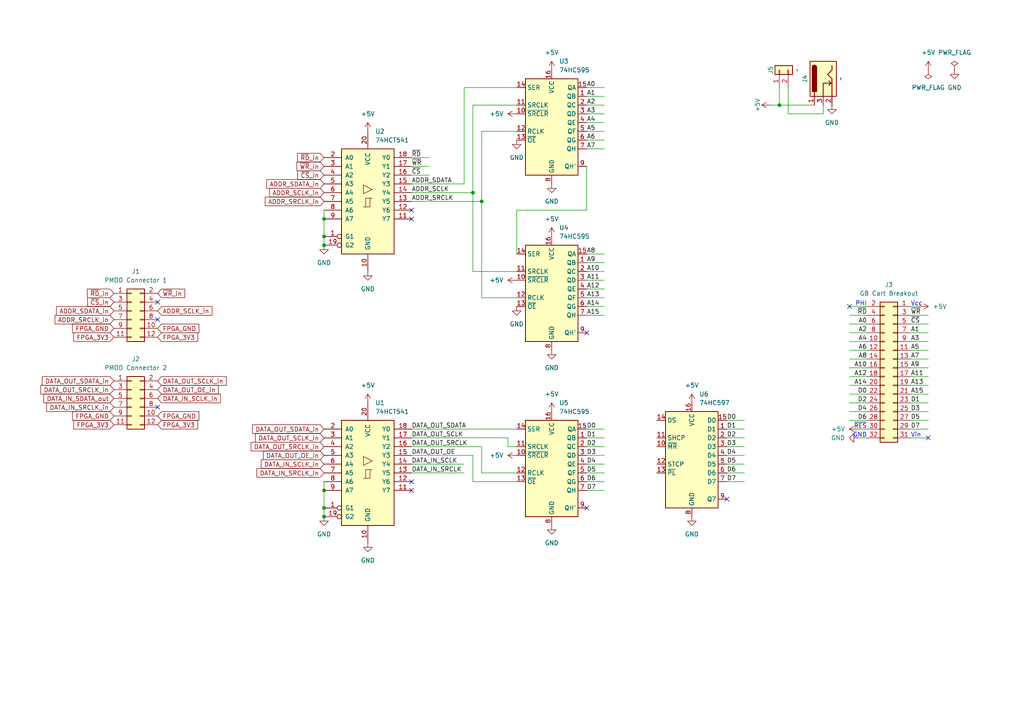
<source format=kicad_sch>
(kicad_sch (version 20250114) (generator "eeschema") (generator_version "9.0")
  (paper "A4")
  (title_block (title "GB Cart PMOD Interface Board"))
  (lib_symbols
    (symbol "74HC595_1"
      (property "Reference" "U6" (at 2.1433 17.78 0))
      (property "Value" "74HC597" (at 2.1433 15.24 0))
      (symbol "74HC595_1_1_0"
        (pin input line (at -10.16 10.16 0) (length 2.54) (name "DS") (number "14"))
        (pin input line (at -10.16 5.08 0) (length 2.54) (name "SHCP") (number "11"))
        (pin input line (at -10.16 2.54 0) (length 2.54) (name "~{MR}") (number "10"))
        (pin input line (at -10.16 -2.54 0) (length 2.54) (name "STCP") (number "12"))
        (pin input line (at -10.16 -5.08 0) (length 2.54) (name "~{PL}") (number "13"))
        (pin power_in line (at 0 15.24 270) (length 2.54) (name "VCC") (number "16"))
        (pin power_in line (at 0 -17.78 90) (length 2.54) (name "GND") (number "8"))
        (pin input line (at 10.16 10.16 180) (length 2.54) (name "D0") (number "15"))
        (pin input line (at 10.16 7.62 180) (length 2.54) (name "D1") (number "1"))
        (pin input line (at 10.16 5.08 180) (length 2.54) (name "D2") (number "2"))
        (pin input line (at 10.16 2.54 180) (length 2.54) (name "D3") (number "3"))
        (pin input line (at 10.16 0 180) (length 2.54) (name "D4") (number "4"))
        (pin input line (at 10.16 -2.54 180) (length 2.54) (name "D5") (number "5"))
        (pin input line (at 10.16 -5.08 180) (length 2.54) (name "D6") (number "6"))
        (pin input line (at 10.16 -7.62 180) (length 2.54) (name "D7") (number "7"))
        (pin output line (at 10.16 -12.7 180) (length 2.54) (name "Q7") (number "9"))
      )
      (symbol "74HC595_1_1_1"
        (rectangle (start -7.62 12.7) (end 7.62 -15.24) (stroke (width 0.254)) (fill (type background)))
      )
    )
    (symbol "74xx:74HC595"
      (property "Reference" "U" (at -7.62 13.97 0))
      (property "Value" "74HC595" (at -7.62 -16.51 0))
      (symbol "74HC595_1_0"
        (pin input line (at -10.16 10.16 0) (length 2.54) (name "SER") (number "14"))
        (pin input line (at -10.16 5.08 0) (length 2.54) (name "SRCLK") (number "11"))
        (pin input line (at -10.16 2.54 0) (length 2.54) (name "~{SRCLR}") (number "10"))
        (pin input line (at -10.16 -2.54 0) (length 2.54) (name "RCLK") (number "12"))
        (pin input line (at -10.16 -5.08 0) (length 2.54) (name "~{OE}") (number "13"))
        (pin power_in line (at 0 15.24 270) (length 2.54) (name "VCC") (number "16"))
        (pin power_in line (at 0 -17.78 90) (length 2.54) (name "GND") (number "8"))
        (pin tri_state line (at 10.16 10.16 180) (length 2.54) (name "QA") (number "15"))
        (pin tri_state line (at 10.16 7.62 180) (length 2.54) (name "QB") (number "1"))
        (pin tri_state line (at 10.16 5.08 180) (length 2.54) (name "QC") (number "2"))
        (pin tri_state line (at 10.16 2.54 180) (length 2.54) (name "QD") (number "3"))
        (pin tri_state line (at 10.16 0 180) (length 2.54) (name "QE") (number "4"))
        (pin tri_state line (at 10.16 -2.54 180) (length 2.54) (name "QF") (number "5"))
        (pin tri_state line (at 10.16 -5.08 180) (length 2.54) (name "QG") (number "6"))
        (pin tri_state line (at 10.16 -7.62 180) (length 2.54) (name "QH") (number "7"))
        (pin output line (at 10.16 -12.7 180) (length 2.54) (name "QH'") (number "9"))
      )
      (symbol "74HC595_1_1"
        (rectangle (start -7.62 12.7) (end 7.62 -15.24) (stroke (width 0.254)) (fill (type background)))
      )
    )
    (symbol "74xx:74HCT541" (pin_names (offset 1.016))
      (property "Reference" "U" (at -7.62 16.51 0))
      (property "Value" "74HCT541" (at -7.62 -16.51 0))
      (symbol "74HCT541_1_0"
        (polyline (pts (xy -1.27 -1.6002) (xy 0.635 -1.6002) (xy 0.635 0.9398) (xy 1.27 0.9398)))
        (polyline (pts (xy -0.635 -1.6002) (xy -0.635 0.9398) (xy 0.635 0.9398)))
        (polyline (pts (xy 1.27 3.4798) (xy -1.27 4.7498) (xy -1.27 2.2098) (xy 1.27 3.4798)) (stroke (width 0.1524)))
        (pin input line (at -12.7 12.7 0) (length 5.08) (name "A0") (number "2"))
        (pin input line (at -12.7 10.16 0) (length 5.08) (name "A1") (number "3"))
        (pin input line (at -12.7 7.62 0) (length 5.08) (name "A2") (number "4"))
        (pin input line (at -12.7 5.08 0) (length 5.08) (name "A3") (number "5"))
        (pin input line (at -12.7 2.54 0) (length 5.08) (name "A4") (number "6"))
        (pin input line (at -12.7 0 0) (length 5.08) (name "A5") (number "7"))
        (pin input line (at -12.7 -2.54 0) (length 5.08) (name "A6") (number "8"))
        (pin input line (at -12.7 -5.08 0) (length 5.08) (name "A7") (number "9"))
        (pin input inverted (at -12.7 -10.16 0) (length 5.08) (name "G1") (number "1"))
        (pin input inverted (at -12.7 -12.7 0) (length 5.08) (name "G2") (number "19"))
        (pin power_in line (at 0 20.32 270) (length 5.08) (name "VCC") (number "20"))
        (pin power_in line (at 0 -20.32 90) (length 5.08) (name "GND") (number "10"))
        (pin tri_state line (at 12.7 12.7 180) (length 5.08) (name "Y0") (number "18"))
        (pin tri_state line (at 12.7 10.16 180) (length 5.08) (name "Y1") (number "17"))
        (pin tri_state line (at 12.7 7.62 180) (length 5.08) (name "Y2") (number "16"))
        (pin tri_state line (at 12.7 5.08 180) (length 5.08) (name "Y3") (number "15"))
        (pin tri_state line (at 12.7 2.54 180) (length 5.08) (name "Y4") (number "14"))
        (pin tri_state line (at 12.7 0 180) (length 5.08) (name "Y5") (number "13"))
        (pin tri_state line (at 12.7 -2.54 180) (length 5.08) (name "Y6") (number "12"))
        (pin tri_state line (at 12.7 -5.08 180) (length 5.08) (name "Y7") (number "11"))
      )
      (symbol "74HCT541_1_1"
        (rectangle (start -7.62 15.24) (end 7.62 -15.24) (stroke (width 0.254)) (fill (type background)))
      )
    )
    (symbol "Connector:Barrel_Jack_Switch" (pin_names (hide yes))
      (property "Reference" "J" (at 0 5.334 0))
      (property "Value" "Barrel_Jack_Switch" (at 0 -5.08 0))
      (symbol "Barrel_Jack_Switch_0_1"
        (rectangle (start -5.08 3.81) (end 5.08 -3.81) (stroke (width 0.254)) (fill (type background)))
        (polyline (pts (xy -3.81 -2.54) (xy -2.54 -2.54) (xy -1.27 -1.27) (xy 0 -2.54) (xy 2.54 -2.54) (xy 5.08 -2.54)) (stroke (width 0.254)))
        (arc (start -3.302 1.905) (mid -3.9343 2.54) (end -3.302 3.175) (stroke (width 0.254)))
        (arc (start -3.302 1.905) (mid -3.9343 2.54) (end -3.302 3.175) (stroke (width 0.254)) (fill (type outline)))
        (polyline (pts (xy 1.27 -2.286) (xy 1.905 -1.651)) (stroke (width 0.254)))
        (rectangle (start 3.683 3.175) (end -3.302 1.905) (stroke (width 0.254)) (fill (type outline)))
        (polyline (pts (xy 5.08 2.54) (xy 3.81 2.54)) (stroke (width 0.254)))
        (polyline (pts (xy 5.08 0) (xy 1.27 0) (xy 1.27 -2.286) (xy 0.635 -1.651)) (stroke (width 0.254)))
      )
      (symbol "Barrel_Jack_Switch_1_1"
        (pin passive line (at 7.62 2.54 180) (length 2.54) (name "~") (number "1"))
        (pin passive line (at 7.62 0 180) (length 2.54) (name "~") (number "3"))
        (pin passive line (at 7.62 -2.54 180) (length 2.54) (name "~") (number "2"))
      )
    )
    (symbol "Connector_Generic:Conn_01x02" (pin_names (offset 1.016) (hide yes))
      (property "Reference" "J" (at 0 2.54 0))
      (property "Value" "Conn_01x02" (at 0 -5.08 0))
      (symbol "Conn_01x02_1_1"
        (rectangle (start -1.27 1.27) (end 1.27 -3.81) (stroke (width 0.254)) (fill (type background)))
        (rectangle (start -1.27 0.127) (end 0 -0.127) (stroke (width 0.1524)))
        (rectangle (start -1.27 -2.413) (end 0 -2.667) (stroke (width 0.1524)))
        (pin passive line (at -5.08 0 0) (length 3.81) (name "Pin_1") (number "1"))
        (pin passive line (at -5.08 -2.54 0) (length 3.81) (name "Pin_2") (number "2"))
      )
    )
    (symbol "Connector_Generic:Conn_02x06_Odd_Even" (pin_names (offset 1.016) (hide yes))
      (property "Reference" "J" (at 1.27 7.62 0))
      (property "Value" "Conn_02x06_Odd_Even" (at 1.27 -10.16 0))
      (symbol "Conn_02x06_Odd_Even_1_1"
        (rectangle (start -1.27 6.35) (end 3.81 -8.89) (stroke (width 0.254)) (fill (type background)))
        (rectangle (start -1.27 5.207) (end 0 4.953) (stroke (width 0.1524)))
        (rectangle (start -1.27 2.667) (end 0 2.413) (stroke (width 0.1524)))
        (rectangle (start -1.27 0.127) (end 0 -0.127) (stroke (width 0.1524)))
        (rectangle (start -1.27 -2.413) (end 0 -2.667) (stroke (width 0.1524)))
        (rectangle (start -1.27 -4.953) (end 0 -5.207) (stroke (width 0.1524)))
        (rectangle (start -1.27 -7.493) (end 0 -7.747) (stroke (width 0.1524)))
        (rectangle (start 3.81 5.207) (end 2.54 4.953) (stroke (width 0.1524)))
        (rectangle (start 3.81 2.667) (end 2.54 2.413) (stroke (width 0.1524)))
        (rectangle (start 3.81 0.127) (end 2.54 -0.127) (stroke (width 0.1524)))
        (rectangle (start 3.81 -2.413) (end 2.54 -2.667) (stroke (width 0.1524)))
        (rectangle (start 3.81 -4.953) (end 2.54 -5.207) (stroke (width 0.1524)))
        (rectangle (start 3.81 -7.493) (end 2.54 -7.747) (stroke (width 0.1524)))
        (pin passive line (at -5.08 5.08 0) (length 3.81) (name "Pin_1") (number "1"))
        (pin passive line (at -5.08 2.54 0) (length 3.81) (name "Pin_3") (number "3"))
        (pin passive line (at -5.08 0 0) (length 3.81) (name "Pin_5") (number "5"))
        (pin passive line (at -5.08 -2.54 0) (length 3.81) (name "Pin_7") (number "7"))
        (pin passive line (at -5.08 -5.08 0) (length 3.81) (name "Pin_9") (number "9"))
        (pin passive line (at -5.08 -7.62 0) (length 3.81) (name "Pin_11") (number "11"))
        (pin passive line (at 7.62 5.08 180) (length 3.81) (name "Pin_2") (number "2"))
        (pin passive line (at 7.62 2.54 180) (length 3.81) (name "Pin_4") (number "4"))
        (pin passive line (at 7.62 0 180) (length 3.81) (name "Pin_6") (number "6"))
        (pin passive line (at 7.62 -2.54 180) (length 3.81) (name "Pin_8") (number "8"))
        (pin passive line (at 7.62 -5.08 180) (length 3.81) (name "Pin_10") (number "10"))
        (pin passive line (at 7.62 -7.62 180) (length 3.81) (name "Pin_12") (number "12"))
      )
    )
    (symbol "Connector_Generic:Conn_02x16_Odd_Even" (pin_names (offset 1.016) (hide yes))
      (property "Reference" "J" (at 1.27 20.32 0))
      (property "Value" "Conn_02x16_Odd_Even" (at 1.27 -22.86 0))
      (symbol "Conn_02x16_Odd_Even_1_1"
        (rectangle (start -1.27 19.05) (end 3.81 -21.59) (stroke (width 0.254)) (fill (type background)))
        (rectangle (start -1.27 17.907) (end 0 17.653) (stroke (width 0.1524)))
        (rectangle (start -1.27 15.367) (end 0 15.113) (stroke (width 0.1524)))
        (rectangle (start -1.27 12.827) (end 0 12.573) (stroke (width 0.1524)))
        (rectangle (start -1.27 10.287) (end 0 10.033) (stroke (width 0.1524)))
        (rectangle (start -1.27 7.747) (end 0 7.493) (stroke (width 0.1524)))
        (rectangle (start -1.27 5.207) (end 0 4.953) (stroke (width 0.1524)))
        (rectangle (start -1.27 2.667) (end 0 2.413) (stroke (width 0.1524)))
        (rectangle (start -1.27 0.127) (end 0 -0.127) (stroke (width 0.1524)))
        (rectangle (start -1.27 -2.413) (end 0 -2.667) (stroke (width 0.1524)))
        (rectangle (start -1.27 -4.953) (end 0 -5.207) (stroke (width 0.1524)))
        (rectangle (start -1.27 -7.493) (end 0 -7.747) (stroke (width 0.1524)))
        (rectangle (start -1.27 -10.033) (end 0 -10.287) (stroke (width 0.1524)))
        (rectangle (start -1.27 -12.573) (end 0 -12.827) (stroke (width 0.1524)))
        (rectangle (start -1.27 -15.113) (end 0 -15.367) (stroke (width 0.1524)))
        (rectangle (start -1.27 -17.653) (end 0 -17.907) (stroke (width 0.1524)))
        (rectangle (start -1.27 -20.193) (end 0 -20.447) (stroke (width 0.1524)))
        (rectangle (start 3.81 17.907) (end 2.54 17.653) (stroke (width 0.1524)))
        (rectangle (start 3.81 15.367) (end 2.54 15.113) (stroke (width 0.1524)))
        (rectangle (start 3.81 12.827) (end 2.54 12.573) (stroke (width 0.1524)))
        (rectangle (start 3.81 10.287) (end 2.54 10.033) (stroke (width 0.1524)))
        (rectangle (start 3.81 7.747) (end 2.54 7.493) (stroke (width 0.1524)))
        (rectangle (start 3.81 5.207) (end 2.54 4.953) (stroke (width 0.1524)))
        (rectangle (start 3.81 2.667) (end 2.54 2.413) (stroke (width 0.1524)))
        (rectangle (start 3.81 0.127) (end 2.54 -0.127) (stroke (width 0.1524)))
        (rectangle (start 3.81 -2.413) (end 2.54 -2.667) (stroke (width 0.1524)))
        (rectangle (start 3.81 -4.953) (end 2.54 -5.207) (stroke (width 0.1524)))
        (rectangle (start 3.81 -7.493) (end 2.54 -7.747) (stroke (width 0.1524)))
        (rectangle (start 3.81 -10.033) (end 2.54 -10.287) (stroke (width 0.1524)))
        (rectangle (start 3.81 -12.573) (end 2.54 -12.827) (stroke (width 0.1524)))
        (rectangle (start 3.81 -15.113) (end 2.54 -15.367) (stroke (width 0.1524)))
        (rectangle (start 3.81 -17.653) (end 2.54 -17.907) (stroke (width 0.1524)))
        (rectangle (start 3.81 -20.193) (end 2.54 -20.447) (stroke (width 0.1524)))
        (pin passive line (at -5.08 17.78 0) (length 3.81) (name "Pin_1") (number "1"))
        (pin passive line (at -5.08 15.24 0) (length 3.81) (name "Pin_3") (number "3"))
        (pin passive line (at -5.08 12.7 0) (length 3.81) (name "Pin_5") (number "5"))
        (pin passive line (at -5.08 10.16 0) (length 3.81) (name "Pin_7") (number "7"))
        (pin passive line (at -5.08 7.62 0) (length 3.81) (name "Pin_9") (number "9"))
        (pin passive line (at -5.08 5.08 0) (length 3.81) (name "Pin_11") (number "11"))
        (pin passive line (at -5.08 2.54 0) (length 3.81) (name "Pin_13") (number "13"))
        (pin passive line (at -5.08 0 0) (length 3.81) (name "Pin_15") (number "15"))
        (pin passive line (at -5.08 -2.54 0) (length 3.81) (name "Pin_17") (number "17"))
        (pin passive line (at -5.08 -5.08 0) (length 3.81) (name "Pin_19") (number "19"))
        (pin passive line (at -5.08 -7.62 0) (length 3.81) (name "Pin_21") (number "21"))
        (pin passive line (at -5.08 -10.16 0) (length 3.81) (name "Pin_23") (number "23"))
        (pin passive line (at -5.08 -12.7 0) (length 3.81) (name "Pin_25") (number "25"))
        (pin passive line (at -5.08 -15.24 0) (length 3.81) (name "Pin_27") (number "27"))
        (pin passive line (at -5.08 -17.78 0) (length 3.81) (name "Pin_29") (number "29"))
        (pin passive line (at -5.08 -20.32 0) (length 3.81) (name "Pin_31") (number "31"))
        (pin passive line (at 7.62 17.78 180) (length 3.81) (name "Pin_2") (number "2"))
        (pin passive line (at 7.62 15.24 180) (length 3.81) (name "Pin_4") (number "4"))
        (pin passive line (at 7.62 12.7 180) (length 3.81) (name "Pin_6") (number "6"))
        (pin passive line (at 7.62 10.16 180) (length 3.81) (name "Pin_8") (number "8"))
        (pin passive line (at 7.62 7.62 180) (length 3.81) (name "Pin_10") (number "10"))
        (pin passive line (at 7.62 5.08 180) (length 3.81) (name "Pin_12") (number "12"))
        (pin passive line (at 7.62 2.54 180) (length 3.81) (name "Pin_14") (number "14"))
        (pin passive line (at 7.62 0 180) (length 3.81) (name "Pin_16") (number "16"))
        (pin passive line (at 7.62 -2.54 180) (length 3.81) (name "Pin_18") (number "18"))
        (pin passive line (at 7.62 -5.08 180) (length 3.81) (name "Pin_20") (number "20"))
        (pin passive line (at 7.62 -7.62 180) (length 3.81) (name "Pin_22") (number "22"))
        (pin passive line (at 7.62 -10.16 180) (length 3.81) (name "Pin_24") (number "24"))
        (pin passive line (at 7.62 -12.7 180) (length 3.81) (name "Pin_26") (number "26"))
        (pin passive line (at 7.62 -15.24 180) (length 3.81) (name "Pin_28") (number "28"))
        (pin passive line (at 7.62 -17.78 180) (length 3.81) (name "Pin_30") (number "30"))
        (pin passive line (at 7.62 -20.32 180) (length 3.81) (name "Pin_32") (number "32"))
      )
    )
    (symbol "power:+5V" (power) (pin_numbers (hide yes)) (pin_names (offset 0) (hide yes))
      (property "Value" "+5V" (at 0 3.556 0))
      (symbol "+5V_0_1"
        (polyline (pts (xy -0.762 1.27) (xy 0 2.54)))
        (polyline (pts (xy 0 2.54) (xy 0.762 1.27)))
        (polyline (pts (xy 0 0) (xy 0 2.54)))
      )
      (symbol "+5V_1_1"
        (pin power_in line (at 0 0 90) (length 0) (name "~") (number "1"))
      )
    )
    (symbol "power:GND" (power) (pin_numbers (hide yes)) (pin_names (offset 0) (hide yes))
      (property "Value" "GND" (at 0 -3.81 0))
      (symbol "GND_0_1"
        (polyline (pts (xy 0 0) (xy 0 -1.27) (xy 1.27 -1.27) (xy 0 -2.54) (xy -1.27 -1.27) (xy 0 -1.27)))
      )
      (symbol "GND_1_1"
        (pin power_in line (at 0 0 270) (length 0) (name "~") (number "1"))
      )
    )
    (symbol "power:PWR_FLAG" (power) (pin_numbers (hide yes)) (pin_names (offset 0) (hide yes))
      (property "Value" "PWR_FLAG" (at 0 3.81 0))
      (symbol "PWR_FLAG_0_0"
        (pin power_out line (at 0 0 90) (length 0) (name "~") (number "1"))
      )
      (symbol "PWR_FLAG_0_1"
        (polyline (pts (xy 0 0) (xy 0 1.27) (xy -1.016 1.905) (xy 0 2.54) (xy 1.016 1.905) (xy 0 1.27)))
      )
    )
  )
  (text "Vin" (at 264.16 127 0) (effects (font (size 1.27 1.27)) (justify left bottom)))
  (text "Vcc" (at 264.16 88.9 0) (effects (font (size 1.27 1.27)) (justify left bottom)))
  (text "PHI" (at 251.46 88.9 0) (effects (font (size 1.27 1.27)) (justify right bottom)))
  (text "GND" (at 251.46 127 0) (effects (font (size 1.27 1.27)) (justify right bottom)))
  (text "~{RES}" (at 251.46 124.46 0) (effects (font (size 1.27 1.27)) (justify right bottom)))
  (junction (at 137.16 55.88))
  (junction (at 93.98 142.24))
  (junction (at 93.98 63.5))
  (junction (at 93.98 68.58))
  (junction (at 93.98 147.32))
  (junction (at 226.06 30.48))
  (junction (at 93.98 71.12))
  (junction (at 139.7 58.42))
  (junction (at 93.98 149.86))
  (no_connect (at 170.18 147.32))
  (no_connect (at 210.82 144.78))
  (no_connect (at 119.38 60.96))
  (no_connect (at 119.38 142.24))
  (no_connect (at 119.38 139.7))
  (no_connect (at 45.72 92.71))
  (no_connect (at 45.72 87.63))
  (no_connect (at 119.38 63.5))
  (no_connect (at 269.24 127))
  (no_connect (at 45.72 118.11))
  (no_connect (at 170.18 96.52))
  (no_connect (at 246.38 88.9))
  (wire (pts (xy 264.16 91.44) (xy 269.24 91.44)))
  (wire (pts (xy 170.18 91.44) (xy 175.26 91.44)))
  (wire (pts (xy 246.38 88.9) (xy 251.46 88.9)))
  (wire (pts (xy 119.38 124.46) (xy 149.86 124.46)))
  (wire (pts (xy 147.32 127) (xy 119.38 127)))
  (wire (pts (xy 137.16 55.88) (xy 137.16 30.48)))
  (wire (pts (xy 170.18 33.02) (xy 175.26 33.02)))
  (wire (pts (xy 137.16 78.74) (xy 149.86 78.74)))
  (wire (pts (xy 246.38 93.98) (xy 251.46 93.98)))
  (wire (pts (xy 119.38 134.62) (xy 134.62 134.62)))
  (wire (pts (xy 170.18 127) (xy 175.26 127)))
  (wire (pts (xy 170.18 76.2) (xy 175.26 76.2)))
  (wire (pts (xy 264.16 111.76) (xy 269.24 111.76)))
  (wire (pts (xy 170.18 30.48) (xy 175.26 30.48)))
  (wire (pts (xy 210.82 139.7) (xy 215.9 139.7)))
  (wire (pts (xy 119.38 58.42) (xy 139.7 58.42)))
  (wire (pts (xy 210.82 121.92) (xy 215.9 121.92)))
  (wire (pts (xy 246.38 111.76) (xy 251.46 111.76)))
  (wire (pts (xy 210.82 124.46) (xy 215.9 124.46)))
  (wire (pts (xy 170.18 132.08) (xy 175.26 132.08)))
  (wire (pts (xy 170.18 38.1) (xy 175.26 38.1)))
  (wire (pts (xy 93.98 147.32) (xy 93.98 149.86)))
  (wire (pts (xy 266.7 88.9) (xy 264.16 88.9)))
  (wire (pts (xy 139.7 58.42) (xy 139.7 38.1)))
  (wire (pts (xy 264.16 109.22) (xy 269.24 109.22)))
  (wire (pts (xy 93.98 60.96) (xy 93.98 63.5)))
  (wire (pts (xy 264.16 93.98) (xy 269.24 93.98)))
  (wire (pts (xy 139.7 58.42) (xy 139.7 86.36)))
  (wire (pts (xy 210.82 134.62) (xy 215.9 134.62)))
  (wire (pts (xy 264.16 99.06) (xy 269.24 99.06)))
  (wire (pts (xy 264.16 119.38) (xy 269.24 119.38)))
  (wire (pts (xy 170.18 73.66) (xy 175.26 73.66)))
  (wire (pts (xy 210.82 129.54) (xy 215.9 129.54)))
  (wire (pts (xy 170.18 88.9) (xy 175.26 88.9)))
  (wire (pts (xy 210.82 127) (xy 215.9 127)))
  (wire (pts (xy 170.18 134.62) (xy 175.26 134.62)))
  (wire (pts (xy 210.82 132.08) (xy 215.9 132.08)))
  (wire (pts (xy 149.86 60.96) (xy 149.86 73.66)))
  (wire (pts (xy 170.18 142.24) (xy 175.26 142.24)))
  (wire (pts (xy 264.16 106.68) (xy 269.24 106.68)))
  (wire (pts (xy 93.98 139.7) (xy 93.98 142.24)))
  (wire (pts (xy 264.16 104.14) (xy 269.24 104.14)))
  (wire (pts (xy 269.24 127) (xy 264.16 127)))
  (wire (pts (xy 170.18 137.16) (xy 175.26 137.16)))
  (wire (pts (xy 170.18 48.26) (xy 170.18 60.96)))
  (wire (pts (xy 137.16 139.7) (xy 149.86 139.7)))
  (wire (pts (xy 119.38 48.26) (xy 124.46 48.26)))
  (wire (pts (xy 93.98 63.5) (xy 93.98 68.58)))
  (wire (pts (xy 134.62 25.4) (xy 149.86 25.4)))
  (wire (pts (xy 170.18 27.94) (xy 175.26 27.94)))
  (wire (pts (xy 170.18 83.82) (xy 175.26 83.82)))
  (wire (pts (xy 246.38 114.3) (xy 251.46 114.3)))
  (wire (pts (xy 246.38 101.6) (xy 251.46 101.6)))
  (wire (pts (xy 246.38 109.22) (xy 251.46 109.22)))
  (wire (pts (xy 248.92 124.46) (xy 251.46 124.46)))
  (wire (pts (xy 170.18 60.96) (xy 149.86 60.96)))
  (wire (pts (xy 137.16 30.48) (xy 149.86 30.48)))
  (wire (pts (xy 170.18 35.56) (xy 175.26 35.56)))
  (wire (pts (xy 119.38 55.88) (xy 137.16 55.88)))
  (wire (pts (xy 264.16 96.52) (xy 269.24 96.52)))
  (wire (pts (xy 170.18 86.36) (xy 175.26 86.36)))
  (wire (pts (xy 264.16 124.46) (xy 269.24 124.46)))
  (wire (pts (xy 170.18 129.54) (xy 175.26 129.54)))
  (wire (pts (xy 246.38 121.92) (xy 251.46 121.92)))
  (wire (pts (xy 119.38 53.34) (xy 134.62 53.34)))
  (wire (pts (xy 147.32 129.54) (xy 149.86 129.54)))
  (wire (pts (xy 119.38 129.54) (xy 139.7 129.54)))
  (wire (pts (xy 137.16 55.88) (xy 137.16 78.74)))
  (wire (pts (xy 264.16 114.3) (xy 269.24 114.3)))
  (wire (pts (xy 246.38 106.68) (xy 251.46 106.68)))
  (wire (pts (xy 264.16 121.92) (xy 269.24 121.92)))
  (wire (pts (xy 93.98 142.24) (xy 93.98 147.32)))
  (wire (pts (xy 228.6 33.02) (xy 238.76 33.02)))
  (wire (pts (xy 147.32 129.54) (xy 147.32 127)))
  (wire (pts (xy 170.18 81.28) (xy 175.26 81.28)))
  (wire (pts (xy 264.16 101.6) (xy 269.24 101.6)))
  (wire (pts (xy 119.38 132.08) (xy 137.16 132.08)))
  (wire (pts (xy 119.38 137.16) (xy 134.62 137.16)))
  (wire (pts (xy 238.76 33.02) (xy 238.76 30.48)))
  (wire (pts (xy 139.7 38.1) (xy 149.86 38.1)))
  (wire (pts (xy 139.7 137.16) (xy 149.86 137.16)))
  (wire (pts (xy 134.62 53.34) (xy 134.62 25.4)))
  (wire (pts (xy 228.6 33.02) (xy 228.6 25.4)))
  (wire (pts (xy 170.18 25.4) (xy 175.26 25.4)))
  (wire (pts (xy 246.38 116.84) (xy 251.46 116.84)))
  (wire (pts (xy 226.06 30.48) (xy 226.06 25.4)))
  (wire (pts (xy 149.86 86.36) (xy 139.7 86.36)))
  (wire (pts (xy 248.92 127) (xy 251.46 127)))
  (wire (pts (xy 119.38 50.8) (xy 124.46 50.8)))
  (wire (pts (xy 170.18 78.74) (xy 175.26 78.74)))
  (wire (pts (xy 170.18 43.18) (xy 175.26 43.18)))
  (wire (pts (xy 246.38 119.38) (xy 251.46 119.38)))
  (wire (pts (xy 264.16 116.84) (xy 269.24 116.84)))
  (wire (pts (xy 210.82 137.16) (xy 215.9 137.16)))
  (wire (pts (xy 137.16 132.08) (xy 137.16 139.7)))
  (wire (pts (xy 246.38 99.06) (xy 251.46 99.06)))
  (wire (pts (xy 139.7 129.54) (xy 139.7 137.16)))
  (wire (pts (xy 246.38 104.14) (xy 251.46 104.14)))
  (wire (pts (xy 246.38 91.44) (xy 251.46 91.44)))
  (wire (pts (xy 93.98 68.58) (xy 93.98 71.12)))
  (wire (pts (xy 226.06 30.48) (xy 236.22 30.48)))
  (wire (pts (xy 170.18 139.7) (xy 175.26 139.7)))
  (wire (pts (xy 246.38 96.52) (xy 251.46 96.52)))
  (wire (pts (xy 223.52 30.48) (xy 226.06 30.48)))
  (wire (pts (xy 119.38 45.72) (xy 124.46 45.72)))
  (wire (pts (xy 170.18 124.46) (xy 175.26 124.46)))
  (wire (pts (xy 170.18 40.64) (xy 175.26 40.64)))
  (label "A9" (at 264.16 106.68 0))
  (label "A4" (at 251.46 99.06 180))
  (label "A1" (at 264.16 96.52 0))
  (label "A5" (at 170.18 38.1 0))
  (label "D0" (at 210.82 121.92 0))
  (label "D2" (at 210.82 127 0))
  (label "DATA_IN_SRCLK" (at 119.38 137.16 0))
  (label "A14" (at 251.46 111.76 180))
  (label "D4" (at 251.46 119.38 180))
  (label "D0" (at 251.46 114.3 180))
  (label "A13" (at 264.16 111.76 0))
  (label "D5" (at 210.82 134.62 0))
  (label "~{WR}" (at 119.38 48.26 0))
  (label "A6" (at 170.18 40.64 0))
  (label "A12" (at 251.46 109.22 180))
  (label "A2" (at 251.46 96.52 180))
  (label "DATA_OUT_SCLK" (at 119.38 127 0))
  (label "D0" (at 170.18 124.46 0))
  (label "D4" (at 210.82 132.08 0))
  (label "~{RD}" (at 119.38 45.72 0))
  (label "~{WR}" (at 264.16 91.44 0))
  (label "A3" (at 170.18 33.02 0))
  (label "A11" (at 264.16 109.22 0))
  (label "A6" (at 251.46 101.6 180))
  (label "A9" (at 170.18 76.2 0))
  (label "ADDR_SCLK" (at 119.38 55.88 0))
  (label "DATA_OUT_OE" (at 119.38 132.08 0))
  (label "A1" (at 170.18 27.94 0))
  (label "~{RD}" (at 251.46 91.44 180))
  (label "D7" (at 264.16 124.46 0))
  (label "D5" (at 170.18 137.16 0))
  (label "A12" (at 170.18 83.82 0))
  (label "D3" (at 210.82 129.54 0))
  (label "A7" (at 264.16 104.14 0))
  (label "A8" (at 170.18 73.66 0))
  (label "D7" (at 170.18 142.24 0))
  (label "D7" (at 210.82 139.7 0))
  (label "A2" (at 170.18 30.48 0))
  (label "A15" (at 170.18 91.44 0))
  (label "D2" (at 251.46 116.84 180))
  (label "A15" (at 264.16 114.3 0))
  (label "D2" (at 170.18 129.54 0))
  (label "A7" (at 170.18 43.18 0))
  (label "D6" (at 251.46 121.92 180))
  (label "D1" (at 210.82 124.46 0))
  (label "A13" (at 170.18 86.36 0))
  (label "A10" (at 170.18 78.74 0))
  (label "A11" (at 170.18 81.28 0))
  (label "D5" (at 264.16 121.92 0))
  (label "D3" (at 170.18 132.08 0))
  (label "A0" (at 170.18 25.4 0))
  (label "D6" (at 170.18 139.7 0))
  (label "A10" (at 251.46 106.68 180))
  (label "A8" (at 251.46 104.14 180))
  (label "A4" (at 170.18 35.56 0))
  (label "ADDR_SDATA" (at 119.38 53.34 0))
  (label "DATA_IN_SCLK" (at 119.38 134.62 0))
  (label "A5" (at 264.16 101.6 0))
  (label "D4" (at 170.18 134.62 0))
  (label "DATA_OUT_SDATA" (at 119.38 124.46 0))
  (label "~{CS}" (at 119.38 50.8 0))
  (label "D6" (at 210.82 137.16 0))
  (label "A3" (at 264.16 99.06 0))
  (label "D1" (at 264.16 116.84 0))
  (label "~{CS}" (at 264.16 93.98 0))
  (label "ADDR_SRCLK" (at 119.38 58.42 0))
  (label "D1" (at 170.18 127 0))
  (label "A14" (at 170.18 88.9 0))
  (label "A0" (at 251.46 93.98 180))
  (label "DATA_OUT_SRCLK" (at 119.38 129.54 0))
  (label "D3" (at 264.16 119.38 0))
  (global_label "DATA_IN_SRCLK_in" (shape input) (at 93.98 137.16 180) (property "Intersheetrefs" "${INTERSHEET_REFS}" (effects (hide yes))))
  (global_label "~{WR}_in" (shape input) (at 93.98 48.26 180) (property "Intersheetrefs" "${INTERSHEET_REFS}" (effects (hide yes))))
  (global_label "FPGA_3V3" (shape input) (at 33.02 123.19 180) (property "Intersheetrefs" "${INTERSHEET_REFS}" (effects (hide yes))))
  (global_label "~{CS}_in" (shape input) (at 33.02 87.63 180) (property "Intersheetrefs" "${INTERSHEET_REFS}" (effects (hide yes))))
  (global_label "~{CS}_in" (shape input) (at 93.98 50.8 180) (property "Intersheetrefs" "${INTERSHEET_REFS}" (effects (hide yes))))
  (global_label "ADDR_SCLK_in" (shape input) (at 93.98 55.88 180) (property "Intersheetrefs" "${INTERSHEET_REFS}" (effects (hide yes))))
  (global_label "DATA_IN_SRCLK_in" (shape input) (at 33.02 118.11 180) (property "Intersheetrefs" "${INTERSHEET_REFS}" (effects (hide yes))))
  (global_label "FPGA_GND" (shape input) (at 45.72 120.65 0) (property "Intersheetrefs" "${INTERSHEET_REFS}" (effects (hide yes))))
  (global_label "~{RD}_in" (shape input) (at 93.98 45.72 180) (property "Intersheetrefs" "${INTERSHEET_REFS}" (effects (hide yes))))
  (global_label "ADDR_SRCLK_in" (shape input) (at 33.02 92.71 180) (property "Intersheetrefs" "${INTERSHEET_REFS}" (effects (hide yes))))
  (global_label "ADDR_SRCLK_in" (shape input) (at 93.98 58.42 180) (property "Intersheetrefs" "${INTERSHEET_REFS}" (effects (hide yes))))
  (global_label "~{RD}_in" (shape input) (at 33.02 85.09 180) (property "Intersheetrefs" "${INTERSHEET_REFS}" (effects (hide yes))))
  (global_label "DATA_OUT_OE_in" (shape input) (at 45.72 113.03 0) (property "Intersheetrefs" "${INTERSHEET_REFS}" (effects (hide yes))))
  (global_label "DATA_OUT_SCLK_in" (shape input) (at 93.98 127 180) (property "Intersheetrefs" "${INTERSHEET_REFS}" (effects (hide yes))))
  (global_label "DATA_OUT_SRCLK_in" (shape input) (at 33.02 113.03 180) (property "Intersheetrefs" "${INTERSHEET_REFS}" (effects (hide yes))))
  (global_label "FPGA_3V3" (shape input) (at 45.72 97.79 0) (property "Intersheetrefs" "${INTERSHEET_REFS}" (effects (hide yes))))
  (global_label "FPGA_GND" (shape input) (at 33.02 95.25 180) (property "Intersheetrefs" "${INTERSHEET_REFS}" (effects (hide yes))))
  (global_label "DATA_OUT_SDATA_in" (shape input) (at 93.98 124.46 180) (property "Intersheetrefs" "${INTERSHEET_REFS}" (effects (hide yes))))
  (global_label "FPGA_3V3" (shape input) (at 45.72 123.19 0) (property "Intersheetrefs" "${INTERSHEET_REFS}" (effects (hide yes))))
  (global_label "DATA_IN_SCLK_in" (shape input) (at 93.98 134.62 180) (property "Intersheetrefs" "${INTERSHEET_REFS}" (effects (hide yes))))
  (global_label "~{WR}_in" (shape input) (at 45.72 85.09 0) (property "Intersheetrefs" "${INTERSHEET_REFS}" (effects (hide yes))))
  (global_label "DATA_IN_SDATA_out" (shape input) (at 33.02 115.57 180) (property "Intersheetrefs" "${INTERSHEET_REFS}" (effects (hide yes))))
  (global_label "FPGA_3V3" (shape input) (at 33.02 97.79 180) (property "Intersheetrefs" "${INTERSHEET_REFS}" (effects (hide yes))))
  (global_label "DATA_OUT_SRCLK_in" (shape input) (at 93.98 129.54 180) (property "Intersheetrefs" "${INTERSHEET_REFS}" (effects (hide yes))))
  (global_label "DATA_OUT_OE_in" (shape input) (at 93.98 132.08 180) (property "Intersheetrefs" "${INTERSHEET_REFS}" (effects (hide yes))))
  (global_label "FPGA_GND" (shape input) (at 45.72 95.25 0) (property "Intersheetrefs" "${INTERSHEET_REFS}" (effects (hide yes))))
  (global_label "DATA_IN_SCLK_in" (shape input) (at 45.72 115.57 0) (property "Intersheetrefs" "${INTERSHEET_REFS}" (effects (hide yes))))
  (global_label "DATA_OUT_SDATA_in" (shape input) (at 33.02 110.49 180) (property "Intersheetrefs" "${INTERSHEET_REFS}" (effects (hide yes))))
  (global_label "ADDR_SCLK_in" (shape input) (at 45.72 90.17 0) (property "Intersheetrefs" "${INTERSHEET_REFS}" (effects (hide yes))))
  (global_label "ADDR_SDATA_in" (shape input) (at 33.02 90.17 180) (property "Intersheetrefs" "${INTERSHEET_REFS}" (effects (hide yes))))
  (global_label "DATA_OUT_SCLK_in" (shape input) (at 45.72 110.49 0) (property "Intersheetrefs" "${INTERSHEET_REFS}" (effects (hide yes))))
  (global_label "ADDR_SDATA_in" (shape input) (at 93.98 53.34 180) (property "Intersheetrefs" "${INTERSHEET_REFS}" (effects (hide yes))))
  (global_label "FPGA_GND" (shape input) (at 33.02 120.65 180) (property "Intersheetrefs" "${INTERSHEET_REFS}" (effects (hide yes))))
  (symbol (lib_id "power:GND") (at 160.02 152.4 0) (unit 1)
    (property "Reference" "#PWR013" (effects (hide yes)))
    (property "Value" "GND" (at 160.02 157.48 0))
    (property "Description" "Power symbol creates a global label with name \"GND\" , ground" (effects (hide yes)))
  )
  (symbol (lib_id "power:+5V") (at 149.86 132.08 90) (unit 1)
    (property "Reference" "#PWR024" (effects (hide yes)))
    (property "Value" "+5V" (at 146.05 132.0799 90) (effects (justify left)))
    (property "Description" "Power symbol creates a global label with name \"+5V\"" (effects (hide yes)))
  )
  (symbol (lib_id "power:+5V") (at 160.02 68.58 0) (unit 1)
    (property "Reference" "#PWR010" (effects (hide yes)))
    (property "Value" "+5V" (at 160.02 63.5 0))
    (property "Description" "Power symbol creates a global label with name \"+5V\"" (effects (hide yes)))
  )
  (symbol (lib_id "power:GND") (at 200.66 149.86 0) (unit 1)
    (property "Reference" "#PWR016" (effects (hide yes)))
    (property "Value" "GND" (at 200.66 154.94 0))
    (property "Description" "Power symbol creates a global label with name \"GND\" , ground" (effects (hide yes)))
  )
  (symbol (lib_id "power:+5V") (at 160.02 20.32 0) (unit 1)
    (property "Reference" "#PWR09" (effects (hide yes)))
    (property "Value" "+5V" (at 160.02 15.24 0))
    (property "Description" "Power symbol creates a global label with name \"+5V\"" (effects (hide yes)))
  )
  (symbol (lib_id "power:PWR_FLAG") (at 269.24 20.32 180) (unit 1)
    (property "Reference" "#FLG01" (effects (hide yes)))
    (property "Value" "PWR_FLAG" (at 269.24 25.4 0))
    (property "Description" "Special symbol for telling ERC where power comes from" (effects (hide yes)))
  )
  (symbol (lib_id "74xx:74HCT541") (at 106.68 137.16 0) (unit 1)
    (property "Reference" "U1" (at 108.8233 116.84 0) (effects (justify left)))
    (property "Value" "74HCT541" (at 108.8233 119.38 0) (effects (justify left)))
    (property "Datasheet" "http://www.ti.com/lit/gpn/sn74HCT541" (effects (hide yes)))
    (property "Description" "8-bit Buffer/Line Driver 3-state outputs" (effects (hide yes)))
  )
  (symbol (lib_id "power:+5V") (at 106.68 116.84 0) (unit 1)
    (property "Reference" "#PWR03" (effects (hide yes)))
    (property "Value" "+5V" (at 106.68 111.76 0))
    (property "Description" "Power symbol creates a global label with name \"+5V\"" (effects (hide yes)))
  )
  (symbol (lib_id "power:GND") (at 93.98 149.86 0) (unit 1)
    (property "Reference" "#PWR08" (effects (hide yes)))
    (property "Value" "GND" (at 93.98 154.94 0))
    (property "Description" "Power symbol creates a global label with name \"GND\" , ground" (effects (hide yes)))
  )
  (symbol (lib_id "power:GND") (at 160.02 53.34 0) (unit 1)
    (property "Reference" "#PWR014" (effects (hide yes)))
    (property "Value" "GND" (at 160.02 58.42 0))
    (property "Description" "Power symbol creates a global label with name \"GND\" , ground" (effects (hide yes)))
  )
  (symbol (lib_id "Connector_Generic:Conn_01x02") (at 226.06 20.32 90) (unit 1)
    (property "Reference" "J5" (at 223.52 20.32 0))
    (property "Value" "~" (at 231.14 20.32 0))
    (property "Footprint" "Connector_PinHeader_2.54mm:PinHeader_1x02_P2.54mm_Horizontal" (effects (hide yes)))
    (property "Description" "Generic connector, single row, 01x02, script generated (kicad-library-utils/schlib/autogen/connector/)" (effects (hide yes)))
  )
  (symbol (lib_id "power:GND") (at 93.98 71.12 0) (unit 1)
    (property "Reference" "#PWR07" (effects (hide yes)))
    (property "Value" "GND" (at 93.98 76.2 0))
    (property "Description" "Power symbol creates a global label with name \"GND\" , ground" (effects (hide yes)))
  )
  (symbol (lib_id "Connector:Barrel_Jack_Switch") (at 238.76 22.86 90) (mirror x) (unit 1)
    (property "Reference" "J4" (at 233.426 22.86 0))
    (property "Value" "~" (at 243.84 22.86 0))
    (property "Footprint" "Connector_BarrelJack:BarrelJack_Horizontal" (effects (hide yes)))
    (property "Description" "DC Barrel Jack with an internal switch" (effects (hide yes)))
  )
  (symbol (lib_id "power:GND") (at 149.86 88.9 0) (unit 1)
    (property "Reference" "#PWR019" (effects (hide yes)))
    (property "Value" "GND" (at 149.86 93.98 0))
    (property "Description" "Power symbol creates a global label with name \"GND\" , ground" (effects (hide yes)))
  )
  (symbol (lib_name "74HC595_1") (lib_id "74xx:74HC595") (at 200.66 132.08 0) (unit 1)
    (property "Reference" "U6" (at 202.8033 114.3 0) (effects (justify left)))
    (property "Value" "74HC597" (at 202.8033 116.84 0) (effects (justify left)))
    (property "Datasheet" "http://www.ti.com/lit/ds/symlink/cd74hc597.pdf" (effects (hide yes)))
    (property "Description" "8-bit parallel in/serial out Shift Register 3-State Outputs" (effects (hide yes)))
  )
  (symbol (lib_id "74xx:74HC595") (at 160.02 134.62 0) (unit 1)
    (property "Reference" "U5" (at 162.1633 116.84 0) (effects (justify left)))
    (property "Value" "74HC595" (at 162.1633 119.38 0) (effects (justify left)))
    (property "Datasheet" "http://www.ti.com/lit/ds/symlink/sn74hc595.pdf" (effects (hide yes)))
    (property "Description" "8-bit serial in/out Shift Register 3-State Outputs" (effects (hide yes)))
  )
  (symbol (lib_id "power:+5V") (at 149.86 81.28 90) (unit 1)
    (property "Reference" "#PWR020" (effects (hide yes)))
    (property "Value" "+5V" (at 146.05 81.2799 90) (effects (justify left)))
    (property "Description" "Power symbol creates a global label with name \"+5V\"" (effects (hide yes)))
  )
  (symbol (lib_id "power:+5V") (at 106.68 38.1 0) (unit 1)
    (property "Reference" "#PWR04" (effects (hide yes)))
    (property "Value" "+5V" (at 106.68 33.02 0))
    (property "Description" "Power symbol creates a global label with name \"+5V\"" (effects (hide yes)))
  )
  (symbol (lib_id "power:GND") (at 149.86 40.64 0) (unit 1)
    (property "Reference" "#PWR017" (effects (hide yes)))
    (property "Value" "GND" (at 149.86 45.72 0))
    (property "Description" "Power symbol creates a global label with name \"GND\" , ground" (effects (hide yes)))
  )
  (symbol (lib_id "power:GND") (at 106.68 157.48 0) (unit 1)
    (property "Reference" "#PWR06" (effects (hide yes)))
    (property "Value" "GND" (at 106.68 162.56 0))
    (property "Description" "Power symbol creates a global label with name \"GND\" , ground" (effects (hide yes)))
  )
  (symbol (lib_id "power:PWR_FLAG") (at 276.86 20.32 0) (unit 1)
    (property "Reference" "#FLG02" (effects (hide yes)))
    (property "Value" "PWR_FLAG" (at 276.86 15.24 0))
    (property "Description" "Special symbol for telling ERC where power comes from" (effects (hide yes)))
  )
  (symbol (lib_id "74xx:74HC595") (at 160.02 83.82 0) (unit 1)
    (property "Reference" "U4" (at 162.1633 66.04 0) (effects (justify left)))
    (property "Value" "74HC595" (at 162.1633 68.58 0) (effects (justify left)))
    (property "Datasheet" "http://www.ti.com/lit/ds/symlink/sn74hc595.pdf" (effects (hide yes)))
    (property "Description" "8-bit serial in/out Shift Register 3-State Outputs" (effects (hide yes)))
  )
  (symbol (lib_id "power:+5V") (at 223.52 30.48 90) (mirror x) (unit 1)
    (property "Reference" "#PWR025" (effects (hide yes)))
    (property "Value" "+5V" (at 219.71 30.48 0))
    (property "Description" "Power symbol creates a global label with name \"+5V\"" (effects (hide yes)))
  )
  (symbol (lib_id "Connector_Generic:Conn_02x16_Odd_Even") (at 259.08 106.68 0) (mirror y) (unit 1)
    (property "Reference" "J3" (at 257.81 82.55 0))
    (property "Value" "GB Cart Breakout" (at 257.81 85.09 0))
    (property "Description" "Generic connector, double row, 02x16, odd/even pin numbering scheme (row 1 odd numbers, row 2 even numbers), script generated (kicad-library-utils/schlib/autogen/connector/)" (effects (hide yes)))
  )
  (symbol (lib_id "power:GND") (at 248.92 127 270) (unit 1)
    (property "Reference" "#PWR022" (effects (hide yes)))
    (property "Value" "GND" (at 245.11 126.9999 90) (effects (justify right)))
    (property "Description" "Power symbol creates a global label with name \"GND\" , ground" (effects (hide yes)))
  )
  (symbol (lib_id "power:+5V") (at 200.66 116.84 0) (unit 1)
    (property "Reference" "#PWR015" (effects (hide yes)))
    (property "Value" "+5V" (at 200.66 111.76 0))
    (property "Description" "Power symbol creates a global label with name \"+5V\"" (effects (hide yes)))
  )
  (symbol (lib_id "power:+5V") (at 149.86 33.02 90) (unit 1)
    (property "Reference" "#PWR018" (effects (hide yes)))
    (property "Value" "+5V" (at 146.05 33.0199 90) (effects (justify left)))
    (property "Description" "Power symbol creates a global label with name \"+5V\"" (effects (hide yes)))
  )
  (symbol (lib_id "74xx:74HC595") (at 160.02 35.56 0) (unit 1)
    (property "Reference" "U3" (at 162.1633 17.78 0) (effects (justify left)))
    (property "Value" "74HC595" (at 162.1633 20.32 0) (effects (justify left)))
    (property "Datasheet" "http://www.ti.com/lit/ds/symlink/sn74hc595.pdf" (effects (hide yes)))
    (property "Description" "8-bit serial in/out Shift Register 3-State Outputs" (effects (hide yes)))
  )
  (symbol (lib_id "power:+5V") (at 248.92 124.46 90) (unit 1)
    (property "Reference" "#PWR023" (effects (hide yes)))
    (property "Value" "+5V" (at 245.11 124.4599 90) (effects (justify left)))
    (property "Description" "Power symbol creates a global label with name \"+5V\"" (effects (hide yes)))
  )
  (symbol (lib_id "Connector_Generic:Conn_02x06_Odd_Even") (at 38.1 90.17 0) (unit 1)
    (property "Reference" "J1" (at 39.37 78.74 0))
    (property "Value" "PMOD Connector 1" (at 39.37 81.28 0))
    (property "Description" "Generic connector, double row, 02x06, odd/even pin numbering scheme (row 1 odd numbers, row 2 even numbers), script generated (kicad-library-utils/schlib/autogen/connector/)" (effects (hide yes)))
  )
  (symbol (lib_id "power:GND") (at 276.86 20.32 0) (unit 1)
    (property "Reference" "#PWR02" (effects (hide yes)))
    (property "Value" "GND" (at 276.86 25.4 0))
    (property "Description" "Power symbol creates a global label with name \"GND\" , ground" (effects (hide yes)))
  )
  (symbol (lib_id "power:GND") (at 106.68 78.74 0) (unit 1)
    (property "Reference" "#PWR05" (effects (hide yes)))
    (property "Value" "GND" (at 106.68 83.82 0))
    (property "Description" "Power symbol creates a global label with name \"GND\" , ground" (effects (hide yes)))
  )
  (symbol (lib_id "Connector_Generic:Conn_02x06_Odd_Even") (at 38.1 115.57 0) (unit 1)
    (property "Reference" "J2" (at 39.37 104.14 0))
    (property "Value" "PMOD Connector 2" (at 39.37 106.68 0))
    (property "Description" "Generic connector, double row, 02x06, odd/even pin numbering scheme (row 1 odd numbers, row 2 even numbers), script generated (kicad-library-utils/schlib/autogen/connector/)" (effects (hide yes)))
  )
  (symbol (lib_id "power:+5V") (at 160.02 119.38 0) (unit 1)
    (property "Reference" "#PWR011" (effects (hide yes)))
    (property "Value" "+5V" (at 160.02 114.3 0))
    (property "Description" "Power symbol creates a global label with name \"+5V\"" (effects (hide yes)))
  )
  (symbol (lib_id "74xx:74HCT541") (at 106.68 58.42 0) (unit 1)
    (property "Reference" "U2" (at 108.8233 38.1 0) (effects (justify left)))
    (property "Value" "74HCT541" (at 108.8233 40.64 0) (effects (justify left)))
    (property "Datasheet" "http://www.ti.com/lit/gpn/sn74HCT541" (effects (hide yes)))
    (property "Description" "8-bit Buffer/Line Driver 3-state outputs" (effects (hide yes)))
  )
  (symbol (lib_id "power:+5V") (at 266.7 88.9 270) (unit 1)
    (property "Reference" "#PWR021" (effects (hide yes)))
    (property "Value" "+5V" (at 270.51 88.8999 90) (effects (justify left)))
    (property "Description" "Power symbol creates a global label with name \"+5V\"" (effects (hide yes)))
  )
  (symbol (lib_id "power:GND") (at 241.3 30.48 0) (unit 1)
    (property "Reference" "#PWR026" (effects (hide yes)))
    (property "Value" "GND" (at 241.3 35.56 0))
    (property "Description" "Power symbol creates a global label with name \"GND\" , ground" (effects (hide yes)))
  )
  (symbol (lib_id "power:+5V") (at 269.24 20.32 0) (unit 1)
    (property "Reference" "#PWR01" (effects (hide yes)))
    (property "Value" "+5V" (at 269.24 15.24 0))
    (property "Description" "Power symbol creates a global label with name \"+5V\"" (effects (hide yes)))
  )
  (symbol (lib_id "power:GND") (at 160.02 101.6 0) (unit 1)
    (property "Reference" "#PWR012" (effects (hide yes)))
    (property "Value" "GND" (at 160.02 106.68 0))
    (property "Description" "Power symbol creates a global label with name \"GND\" , ground" (effects (hide yes)))
  )
)
</source>
